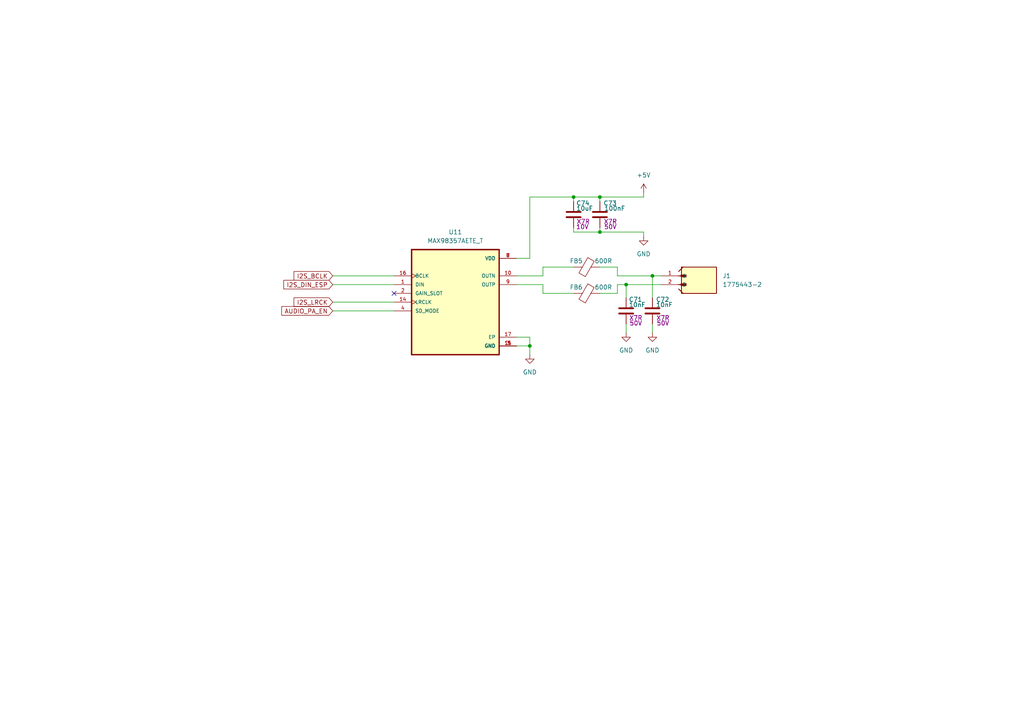
<source format=kicad_sch>
(kicad_sch (version 20250114) (generator "eeschema") (generator_version "9.0")
  (paper "A4")
  (title_block (title "Nest mini drop in PCB replacement") (rev "v1") (company "by iMike78 (inpired by Onju voice and HA VPE)"))
  (lib_symbols
    (symbol "Device:C" (pin_numbers (hide yes)) (pin_names (offset 0.254))
      (property "Reference" "C" (at 0.635 2.54 0))
      (property "Value" "C" (at 0.635 -2.54 0))
      (symbol "C_0_1"
        (polyline (pts (xy -2.032 0.762) (xy 2.032 0.762)) (stroke (width 0.508)))
        (polyline (pts (xy -2.032 -0.762) (xy 2.032 -0.762)) (stroke (width 0.508)))
      )
      (symbol "C_1_1"
        (pin passive line (at 0 3.81 270) (length 2.794) (name "~") (number "1"))
        (pin passive line (at 0 -3.81 90) (length 2.794) (name "~") (number "2"))
      )
    )
    (symbol "Device:FerriteBead" (pin_numbers (hide yes)) (pin_names (offset 0))
      (property "Reference" "FB" (at -3.81 0.635 90))
      (property "Value" "FerriteBead" (at 3.81 0 90))
      (symbol "FerriteBead_0_1"
        (polyline (pts (xy -2.7686 0.4064) (xy -1.7018 2.2606) (xy 2.7686 -0.3048) (xy 1.6764 -2.159) (xy -2.7686 0.4064)))
        (polyline (pts (xy 0 1.27) (xy 0 1.2954)))
        (polyline (pts (xy 0 -1.27) (xy 0 -1.2192)))
      )
      (symbol "FerriteBead_1_1"
        (pin passive line (at 0 3.81 270) (length 2.54) (name "~") (number "1"))
        (pin passive line (at 0 -3.81 90) (length 2.54) (name "~") (number "2"))
      )
    )
    (symbol "New_Library:1775443-2" (pin_names (offset 1.016))
      (property "Reference" "J" (at 0 3.302 0))
      (property "Value" "1775443-2" (at 0 -7.62 0))
      (symbol "1775443-2_0_0"
        (polyline (pts (xy 0 1.27) (xy 1.27 2.54)) (stroke (width 0.254)))
        (polyline (pts (xy 0 0) (xy 1.905 0)) (stroke (width 0.254)))
        (polyline (pts (xy 0 -2.54) (xy 1.905 -2.54)) (stroke (width 0.254)))
        (rectangle (start 0.635 -0.3175) (end 2.2225 0.3175) (stroke (width 0.1)) (fill (type outline)))
        (rectangle (start 0.635 -2.8575) (end 2.2225 -2.2225) (stroke (width 0.1)) (fill (type outline)))
        (rectangle (start 0.7938 -5.08) (end 10.9538 2.54) (stroke (width 0.254)) (fill (type background)))
        (polyline (pts (xy 1.27 -5.08) (xy 0 -3.81)) (stroke (width 0.254)))
        (pin passive line (at -5.08 0 0) (length 5.08) (name "1") (number "1"))
        (pin passive line (at -5.08 -2.54 0) (length 5.08) (name "2") (number "2"))
      )
    )
    (symbol "New_Library:MAX98357AETE_T" (pin_names (offset 1.016))
      (property "Reference" "U" (at -12.7 16.24 0))
      (property "Value" "MAX98357AETE_T" (at -12.7 -19.24 0))
      (symbol "MAX98357AETE_T_0_0"
        (rectangle (start -12.7 -15.24) (end 12.7 15.24) (stroke (width 0.41)) (fill (type background)))
        (pin input clock (at -17.78 7.62 0) (length 5.08) (name "BCLK") (number "16"))
        (pin input line (at -17.78 5.08 0) (length 5.08) (name "DIN") (number "1"))
        (pin input line (at -17.78 2.54 0) (length 5.08) (name "GAIN_SLOT") (number "2"))
        (pin input clock (at -17.78 0 0) (length 5.08) (name "LRCLK") (number "14"))
        (pin input line (at -17.78 -2.54 0) (length 5.08) (name "SD_MODE") (number "4"))
        (pin power_in line (at 17.78 12.7 180) (length 5.08) (name "VDD") (number "7"))
        (pin power_in line (at 17.78 12.7 180) (length 5.08) (name "VDD") (number "8"))
        (pin output line (at 17.78 7.62 180) (length 5.08) (name "OUTN") (number "10"))
        (pin output line (at 17.78 5.08 180) (length 5.08) (name "OUTP") (number "9"))
        (pin power_in line (at 17.78 -10.16 180) (length 5.08) (name "EP") (number "17"))
        (pin power_in line (at 17.78 -12.7 180) (length 5.08) (name "GND") (number "11"))
        (pin power_in line (at 17.78 -12.7 180) (length 5.08) (name "GND") (number "15"))
        (pin power_in line (at 17.78 -12.7 180) (length 5.08) (name "GND") (number "3"))
      )
    )
    (symbol "power:+5V" (power) (pin_numbers (hide yes)) (pin_names (offset 0) (hide yes))
      (property "Value" "+5V" (at 0 3.556 0))
      (symbol "+5V_0_1"
        (polyline (pts (xy -0.762 1.27) (xy 0 2.54)))
        (polyline (pts (xy 0 2.54) (xy 0.762 1.27)))
        (polyline (pts (xy 0 0) (xy 0 2.54)))
      )
      (symbol "+5V_1_1"
        (pin power_in line (at 0 0 90) (length 0) (name "~") (number "1"))
      )
    )
    (symbol "power:GND" (power) (pin_numbers (hide yes)) (pin_names (offset 0) (hide yes))
      (property "Value" "GND" (at 0 -3.81 0))
      (symbol "GND_0_1"
        (polyline (pts (xy 0 0) (xy 0 -1.27) (xy 1.27 -1.27) (xy 0 -2.54) (xy -1.27 -1.27) (xy 0 -1.27)))
      )
      (symbol "GND_1_1"
        (pin power_in line (at 0 0 270) (length 0) (name "~") (number "1"))
      )
    )
  )
  (junction (at 173.99 67.31))
  (junction (at 166.37 57.15))
  (junction (at 181.61 82.55))
  (junction (at 189.23 80.01))
  (junction (at 173.99 57.15))
  (junction (at 153.67 100.33))
  (no_connect (at 114.3 85.09))
  (wire (pts (xy 173.99 85.09) (xy 179.07 85.09)))
  (wire (pts (xy 179.07 77.47) (xy 179.07 80.01)))
  (wire (pts (xy 96.52 90.17) (xy 114.3 90.17)))
  (wire (pts (xy 186.69 67.31) (xy 173.99 67.31)))
  (wire (pts (xy 179.07 80.01) (xy 189.23 80.01)))
  (wire (pts (xy 173.99 57.15) (xy 173.99 58.42)))
  (wire (pts (xy 96.52 80.01) (xy 114.3 80.01)))
  (wire (pts (xy 149.86 82.55) (xy 157.48 82.55)))
  (wire (pts (xy 166.37 67.31) (xy 166.37 66.04)))
  (wire (pts (xy 173.99 57.15) (xy 166.37 57.15)))
  (wire (pts (xy 166.37 57.15) (xy 153.67 57.15)))
  (wire (pts (xy 189.23 80.01) (xy 189.23 86.36)))
  (wire (pts (xy 179.07 82.55) (xy 181.61 82.55)))
  (wire (pts (xy 181.61 93.98) (xy 181.61 96.52)))
  (wire (pts (xy 173.99 66.04) (xy 173.99 67.31)))
  (wire (pts (xy 153.67 100.33) (xy 153.67 102.87)))
  (wire (pts (xy 96.52 82.55) (xy 114.3 82.55)))
  (wire (pts (xy 189.23 93.98) (xy 189.23 96.52)))
  (wire (pts (xy 181.61 82.55) (xy 191.77 82.55)))
  (wire (pts (xy 149.86 97.79) (xy 153.67 97.79)))
  (wire (pts (xy 157.48 85.09) (xy 166.37 85.09)))
  (wire (pts (xy 186.69 57.15) (xy 173.99 57.15)))
  (wire (pts (xy 157.48 77.47) (xy 166.37 77.47)))
  (wire (pts (xy 153.67 97.79) (xy 153.67 100.33)))
  (wire (pts (xy 173.99 67.31) (xy 166.37 67.31)))
  (wire (pts (xy 153.67 57.15) (xy 153.67 74.93)))
  (wire (pts (xy 157.48 82.55) (xy 157.48 85.09)))
  (wire (pts (xy 149.86 80.01) (xy 157.48 80.01)))
  (wire (pts (xy 181.61 82.55) (xy 181.61 86.36)))
  (wire (pts (xy 173.99 77.47) (xy 179.07 77.47)))
  (wire (pts (xy 189.23 80.01) (xy 191.77 80.01)))
  (wire (pts (xy 96.52 87.63) (xy 114.3 87.63)))
  (wire (pts (xy 153.67 74.93) (xy 149.86 74.93)))
  (wire (pts (xy 157.48 80.01) (xy 157.48 77.47)))
  (wire (pts (xy 179.07 85.09) (xy 179.07 82.55)))
  (wire (pts (xy 149.86 100.33) (xy 153.67 100.33)))
  (wire (pts (xy 166.37 57.15) (xy 166.37 58.42)))
  (wire (pts (xy 186.69 55.88) (xy 186.69 57.15)))
  (wire (pts (xy 186.69 68.58) (xy 186.69 67.31)))
  (global_label "AUDIO_PA_EN" (shape input) (at 96.52 90.17 180) (property "Intersheetrefs" "${INTERSHEET_REFS}" (effects (hide yes))))
  (global_label "I2S_BCLK" (shape input) (at 96.52 80.01 180) (property "Intersheetrefs" "${INTERSHEET_REFS}" (effects (hide yes))))
  (global_label "I2S_LRCK" (shape input) (at 96.52 87.63 180) (property "Intersheetrefs" "${INTERSHEET_REFS}" (effects (hide yes))))
  (global_label "I2S_DIN_ESP" (shape input) (at 96.52 82.55 180) (property "Intersheetrefs" "${INTERSHEET_REFS}" (effects (hide yes))))
  (symbol (lib_id "New_Library:1775443-2") (at 196.85 80.01 0) (unit 1)
    (property "Reference" "J1" (at 209.55 80.0099 0) (effects (justify left)))
    (property "Value" "1775443-2" (at 209.55 82.5499 0) (effects (justify left)))
    (property "Footprint" "Onju:1775443-2" (effects (hide yes)))
    (property "Check_prices" "https://www.snapeda.com/parts/1775443-2/TE+Connectivity/view-part/?ref=eda" (effects (hide yes)))
    (property "Package" "None" (effects (hide yes)))
    (property "STANDARD" "Manufacturer Recommendations" (effects (hide yes)))
    (property "PARTREV" "B5" (effects (hide yes)))
    (property "SnapEDA_Link" "https://www.snapeda.com/parts/1775443-2/TE+Connectivity/view-part/?ref=snap" (effects (hide yes)))
    (property "Description_1" "Connector Header Surface Mount 2 position 0.059 (1.50mm)" (effects (hide yes)))
    (property "Number_of_Positions" "2" (effects (hide yes)))
    (property "MANUFACTURER" "TE Connectivity" (effects (hide yes)))
    (property "Comment" "1775443-2" (effects (hide yes)))
    (property "MF" "TE Connectivity" (effects (hide yes)))
    (property "Product_Type" "Connector" (effects (hide yes)))
    (property "MAXIMUM_PACKAGE_HEIGHT" "5mm" (effects (hide yes)))
    (property "Price" "None" (effects (hide yes)))
    (property "MP" "1775443-2" (effects (hide yes)))
    (property "EU_RoHS_Compliance" "Compliant" (effects (hide yes)))
    (property "Availability" "In Stock" (effects (hide yes)))
    (property "Centerline_Pitch" "1.5 mm[.059 in]" (effects (hide yes)))
    (property "Function" "AUDIO" (effects (hide yes)))
    (property "Supplier Part" "C5162845" (effects (hide yes)))
  )
  (symbol (lib_id "Device:C") (at 166.37 62.23 0) (unit 1)
    (property "Reference" "C74" (at 167.132 58.928 0) (effects (justify left)))
    (property "Value" "10uF" (at 167.132 60.452 0) (effects (justify left)))
    (property "Footprint" "Capacitor_SMD:C_0805_2012Metric" (effects (hide yes)))
    (property "Description" "Unpolarized capacitor" (effects (hide yes)))
    (property "Dielectric" "X7R" (at 169.164 64.262 0))
    (property "Voltage" "10V" (at 168.91 65.786 0))
    (property "Function" "AUDIO" (effects (hide yes)))
    (property "Supplier Part" "C86038" (effects (hide yes)))
  )
  (symbol (lib_id "Device:FerriteBead") (at 170.18 77.47 90) (unit 1)
    (property "Reference" "FB5" (at 167.132 75.692 90))
    (property "Value" "600R" (at 175.006 75.692 90))
    (property "Footprint" "Onju:BLM18PG121SN1D" (effects (hide yes)))
    (property "Description" "Ferrite bead, 600Ω @ 100MHz, 500mA" (effects (hide yes)))
    (property "Function" "AUDIO" (effects (hide yes)))
    (property "Current" "500mA" (effects (hide yes)))
    (property "Part number" "BLM18KG601SN1D" (effects (hide yes)))
    (property "Manufacturer" "Murata" (effects (hide yes)))
    (property "Supplier Part" "C85833" (effects (hide yes)))
    (property "MANUFACTURER" "Murata Electronics" (effects (hide yes)))
    (property "MP" "BLM18KG601SN1D" (effects (hide yes)))
  )
  (symbol (lib_id "power:GND") (at 186.69 68.58 0) (unit 1)
    (property "Reference" "#PWR0138" (effects (hide yes)))
    (property "Value" "GND" (at 186.69 73.66 0))
    (property "Description" "Power symbol creates a global label with name \"GND\" , ground" (effects (hide yes)))
  )
  (symbol (lib_id "Device:C") (at 173.99 62.23 0) (unit 1)
    (property "Reference" "C73" (at 175.006 58.928 0) (effects (justify left)))
    (property "Value" "100nF" (at 175.26 60.452 0) (effects (justify left)))
    (property "Footprint" "Capacitor_SMD:C_0805_2012Metric" (effects (hide yes)))
    (property "Description" "Unpolarized capacitor" (effects (hide yes)))
    (property "Dielectric" "X7R" (at 177.038 64.262 0))
    (property "Voltage" "50V" (at 177.038 65.786 0))
    (property "Function" "AUDIO" (effects (hide yes)))
    (property "Supplier Part" "C49678" (effects (hide yes)))
  )
  (symbol (lib_id "power:GND") (at 181.61 96.52 0) (unit 1)
    (property "Reference" "#PWR0140" (effects (hide yes)))
    (property "Value" "GND" (at 181.61 101.6 0))
    (property "Description" "Power symbol creates a global label with name \"GND\" , ground" (effects (hide yes)))
  )
  (symbol (lib_id "power:GND") (at 153.67 102.87 0) (unit 1)
    (property "Reference" "#PWR0139" (effects (hide yes)))
    (property "Value" "GND" (at 153.67 107.95 0))
    (property "Description" "Power symbol creates a global label with name \"GND\" , ground" (effects (hide yes)))
  )
  (symbol (lib_id "Device:C") (at 189.23 90.17 0) (unit 1)
    (property "Reference" "C72" (at 190.246 86.868 0) (effects (justify left)))
    (property "Value" "10nF" (at 190.246 88.392 0) (effects (justify left)))
    (property "Footprint" "Capacitor_SMD:C_0805_2012Metric" (effects (hide yes)))
    (property "Description" "Unpolarized capacitor" (effects (hide yes)))
    (property "Dielectric" "X7R" (at 192.278 92.202 0))
    (property "Voltage" "50V" (at 192.278 93.726 0))
    (property "Function" "AUDIO" (effects (hide yes)))
  )
  (symbol (lib_id "Device:FerriteBead") (at 170.18 85.09 90) (unit 1)
    (property "Reference" "FB6" (at 167.132 83.312 90))
    (property "Value" "600R" (at 175.006 83.312 90))
    (property "Footprint" "Onju:BLM18PG121SN1D" (effects (hide yes)))
    (property "Description" "Ferrite bead, 600Ω @ 100MHz, 500mA" (effects (hide yes)))
    (property "Function" "AUDIO" (effects (hide yes)))
    (property "Current" "500mA" (effects (hide yes)))
    (property "Part number" "BLM18KG601SN1D" (effects (hide yes)))
    (property "Manufacturer" "Murata" (effects (hide yes)))
    (property "Supplier Part" "C85833" (effects (hide yes)))
    (property "MANUFACTURER" "Murata Electronics" (effects (hide yes)))
    (property "MP" "BLM18KG601SN1D" (effects (hide yes)))
  )
  (symbol (lib_id "New_Library:MAX98357AETE_T") (at 132.08 87.63 0) (unit 1)
    (property "Reference" "U11" (at 132.08 67.31 0))
    (property "Value" "MAX98357AETE_T" (at 132.08 69.85 0))
    (property "Footprint" "Onju:max98357aete" (effects (hide yes)))
    (property "Description" "Monaural 3.2Wx2@4Ω TQFN-16-EP(3x3) Audio Amplifiers ROHS" (effects (hide yes)))
    (property "MF" "Analog Devices" (effects (hide yes)))
    (property "Package" "TQFN-16-EP(3x3)" (effects (hide yes)))
    (property "SnapEDA_Link" "https://www.snapeda.com/parts/MAX98357AETE+T/Analog+Devices/view-part/?ref=snap" (effects (hide yes)))
    (property "MP" "MAX98357AETE+T" (effects (hide yes)))
    (property "Function" "AUDIO" (effects (hide yes)))
    (property "Supplier Part" "C910544" (effects (hide yes)))
    (property "MANUFACTURER" "Analog Devices Inc./Maxim Integrated" (effects (hide yes)))
  )
  (symbol (lib_id "power:+5V") (at 186.69 55.88 0) (unit 1)
    (property "Reference" "#PWR0142" (effects (hide yes)))
    (property "Value" "+5V" (at 186.69 50.8 0))
    (property "Description" "Power symbol creates a global label with name \"+5V\"" (effects (hide yes)))
  )
  (symbol (lib_id "Device:C") (at 181.61 90.17 0) (unit 1)
    (property "Reference" "C71" (at 182.372 86.868 0) (effects (justify left)))
    (property "Value" "10nF" (at 182.372 88.392 0) (effects (justify left)))
    (property "Footprint" "Capacitor_SMD:C_0805_2012Metric" (effects (hide yes)))
    (property "Description" "Unpolarized capacitor" (effects (hide yes)))
    (property "Dielectric" "X7R" (at 184.404 92.202 0))
    (property "Voltage" "50V" (at 184.404 93.726 0))
    (property "Function" "AUDIO" (effects (hide yes)))
  )
  (symbol (lib_id "power:GND") (at 189.23 96.52 0) (unit 1)
    (property "Reference" "#PWR0141" (effects (hide yes)))
    (property "Value" "GND" (at 189.23 101.6 0))
    (property "Description" "Power symbol creates a global label with name \"GND\" , ground" (effects (hide yes)))
  )
)
</source>
